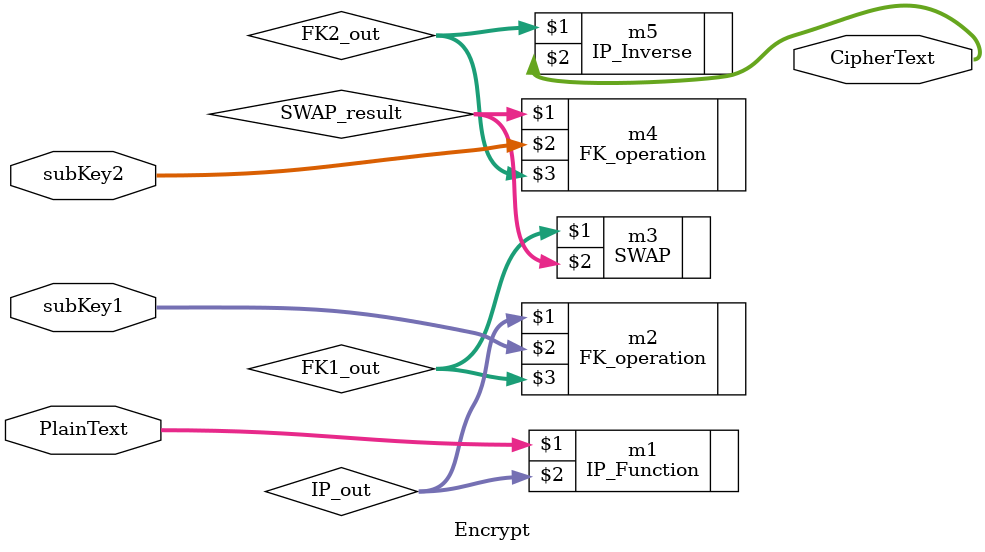
<source format=v>
/*
This function will take the plaintext we want to encrypt and the two subkeys 
created by the key generation modules and it will create the ciphertext.
Again, endianess depends on how you enter your data. This algorithm operates
in the same way as the instructions. It takes whatever you give it. The left most
4 bits of your input will be treated as the left most 4 in the algorithm.
*/
module Encrypt(

	input [7:0] PlainText,
	input [7:0] subKey1,
	input [7:0] subKey2,
	output [7:0] CipherText

);

wire [7:0] IP_out;

IP_Function m1(PlainText, IP_out); //scrambles order

wire [7:0] FK1_out;

FK_operation m2(IP_out, subKey1, FK1_out); //implements Fk operation

wire [7:0] SWAP_result;

SWAP m3(FK1_out, SWAP_result); //Result of Fk is swapped

wire [7:0] FK2_out;

FK_operation m4(SWAP_result, subKey2, FK2_out); //Fk is done again with a different key

IP_Inverse m5(FK2_out, CipherText); //Apply Ip_Inverse and the result is ciphertext

endmodule

</source>
